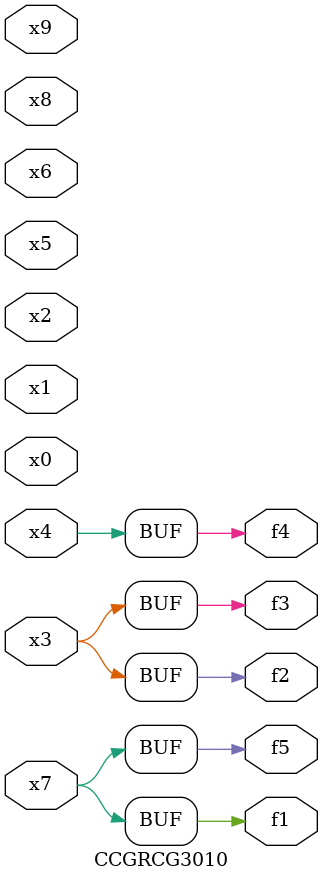
<source format=v>
module CCGRCG3010(
	input x0, x1, x2, x3, x4, x5, x6, x7, x8, x9,
	output f1, f2, f3, f4, f5
);
	assign f1 = x7;
	assign f2 = x3;
	assign f3 = x3;
	assign f4 = x4;
	assign f5 = x7;
endmodule

</source>
